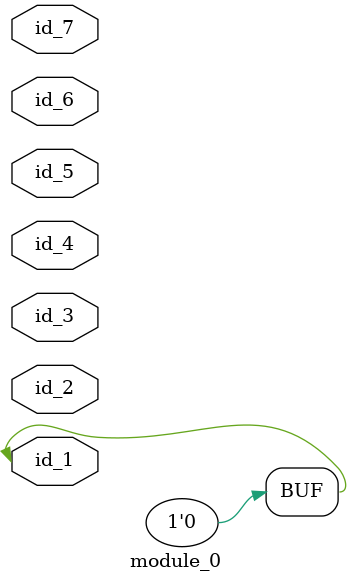
<source format=v>
`define pp_7 0
module module_0 (
    id_1,
    id_2,
    id_3,
    id_4,
    id_5,
    id_6,
    id_7
);
  inout id_7;
  input id_6;
  inout id_5;
  inout id_4;
  input id_3;
  input id_2;
  inout id_1;
  assign id_1 = 1'h0;
endmodule

</source>
